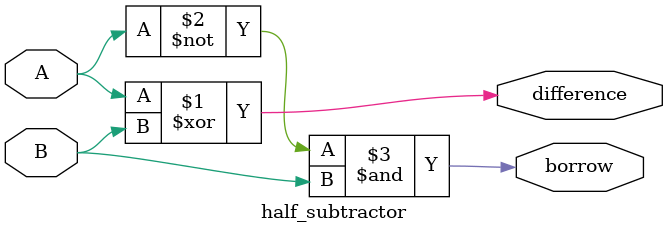
<source format=v>
module half_subtractor (
    input A,
    input B,
    output difference,
    output borrow
);  
    assign difference = A ^ B;
    assign borrow = ~A & B;

endmodule
</source>
